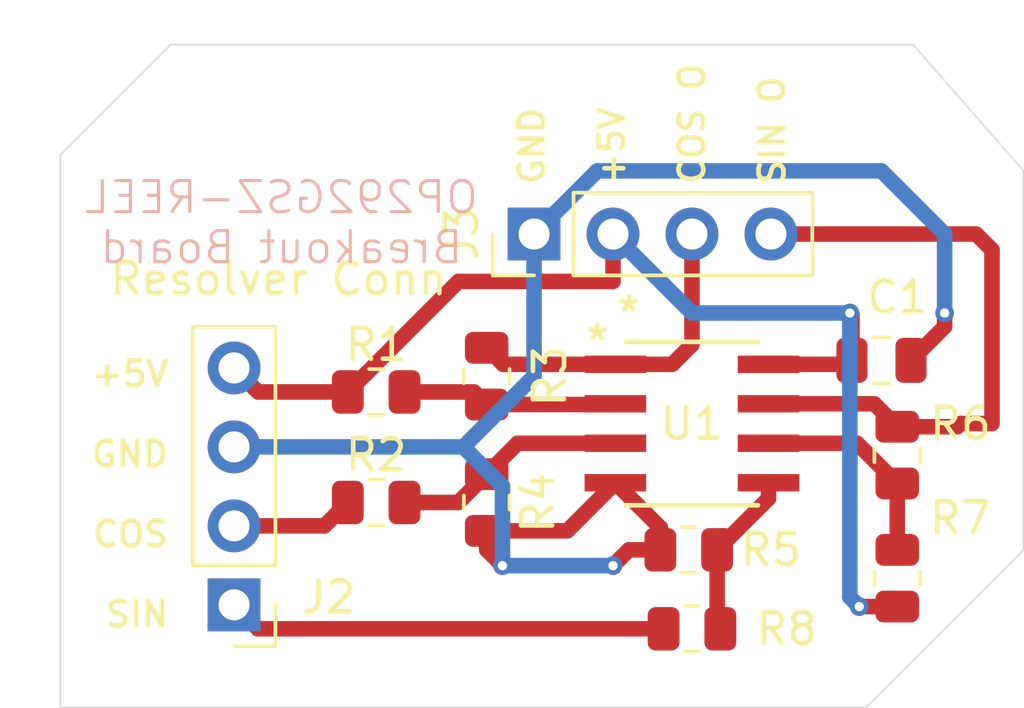
<source format=kicad_pcb>
(kicad_pcb (version 20241229) (generator "pcbnew") (generator_version "9.0")
  (layers (0 "F.Cu" signal) (2 "B.Cu" signal) (13 "F.Paste" user) (15 "B.Paste" user) (5 "F.SilkS" user "F.Silkscreen") (7 "B.SilkS" user "B.Silkscreen") (1 "F.Mask" user) (3 "B.Mask" user) (25 "Edge.Cuts" user))
  (net 0 "")
  (net 1 "+5V")
  (net 2 "GND")
  (net 3 "/SIN_IN")
  (net 4 "/COS_IN")
  (net 5 "/COS_MCU")
  (net 6 "/SIN_MCU")
  (net 7 "Net-(U1--INA)")
  (net 8 "Net-(U1-+INA)")
  (net 9 "Net-(U1-+INB)")
  (net 10 "Net-(U1--INB)")
  (footprint "Resistor_SMD:R_0805_2012Metric" (layer "F.Cu") (at 142.748 98.044 -90)
    (property "Reference" "R3" (at 0 -2.032 270) (layer "F.SilkS"))
    (property "Value" "3K")
    (fp_line (start -0.227064 0.735) (end 0.227064 0.735) (stroke (width 0.12)) (layer "F.SilkS"))
    (fp_line (start -0.227064 -0.735) (end 0.227064 -0.735) (stroke (width 0.12)) (layer "F.SilkS"))
    (pad "1" smd roundrect (at -0.9125 0 270) (size 1.025 1.4) (layers "F.Cu" "F.Mask" "F.Paste") (roundrect_rratio 0.243902) (net 5 "/COS_MCU"))
    (pad "2" smd roundrect (at 0.9125 0 270) (size 1.025 1.4) (layers "F.Cu" "F.Mask" "F.Paste") (roundrect_rratio 0.243902) (net 7 "Net-(U1--INA)"))
  )
  (footprint "Resistor_SMD:R_0805_2012Metric" (layer "F.Cu") (at 155.956 104.5445 90)
    (property "Reference" "R7" (at 1.9285 2.032 180) (layer "F.SilkS"))
    (property "Value" "10k")
    (fp_line (start -0.227064 -0.735) (end 0.227064 -0.735) (stroke (width 0.12)) (layer "F.SilkS"))
    (fp_line (start -0.227064 0.735) (end 0.227064 0.735) (stroke (width 0.12)) (layer "F.SilkS"))
    (pad "1" smd roundrect (at -0.9125 0 90) (size 1.025 1.4) (layers "F.Cu" "F.Mask" "F.Paste") (roundrect_rratio 0.243902) (net 1 "+5V"))
    (pad "2" smd roundrect (at 0.9125 0 90) (size 1.025 1.4) (layers "F.Cu" "F.Mask" "F.Paste") (roundrect_rratio 0.243902) (net 10 "Net-(U1--INB)"))
  )
  (footprint "Connector_PinHeader_2.54mm:PinHeader_1x04_P2.54mm_Vertical" (layer "F.Cu") (at 134.62 105.4 180)
    (property "Reference" "J2" (at -3.048 0.244 0) (layer "F.SilkS"))
    (property "Value" "Conn_01x04_Socket")
    (fp_line (start 1.33 1.27) (end 1.33 8.95) (stroke (width 0.12)) (layer "F.SilkS"))
    (fp_line (start -1.33 8.95) (end 1.33 8.95) (stroke (width 0.12)) (layer "F.SilkS"))
    (fp_line (start -1.33 1.27) (end 1.33 1.27) (stroke (width 0.12)) (layer "F.SilkS"))
    (fp_line (start -1.33 1.27) (end -1.33 8.95) (stroke (width 0.12)) (layer "F.SilkS"))
    (fp_line (start -1.33 0) (end -1.33 -1.33) (stroke (width 0.12)) (layer "F.SilkS"))
    (fp_line (start -1.33 -1.33) (end 0 -1.33) (stroke (width 0.12)) (layer "F.SilkS"))
    (pad "1" thru_hole rect (at 0 0 180) (size 1.7 1.7) (drill 1) (layers "*.Cu" "*.Mask") (net 3 "/SIN_IN"))
    (pad "2" thru_hole oval (at 0 2.54 180) (size 1.7 1.7) (drill 1) (layers "*.Cu" "*.Mask") (net 4 "/COS_IN"))
    (pad "3" thru_hole oval (at 0 5.08 180) (size 1.7 1.7) (drill 1) (layers "*.Cu" "*.Mask") (net 2 "GND"))
    (pad "4" thru_hole oval (at 0 7.62 180) (size 1.7 1.7) (drill 1) (layers "*.Cu" "*.Mask") (net 1 "+5V"))
  )
  (footprint "Resistor_SMD:R_0805_2012Metric" (layer "F.Cu") (at 142.748 102.108 -90)
    (property "Reference" "R4" (at 0 -1.65 90) (layer "F.SilkS"))
    (property "Value" "10k")
    (fp_line (start -0.227064 0.735) (end 0.227064 0.735) (stroke (width 0.12)) (layer "F.SilkS"))
    (fp_line (start -0.227064 -0.735) (end 0.227064 -0.735) (stroke (width 0.12)) (layer "F.SilkS"))
    (pad "1" smd roundrect (at -0.9125 0 270) (size 1.025 1.4) (layers "F.Cu" "F.Mask" "F.Paste") (roundrect_rratio 0.243902) (net 8 "Net-(U1-+INA)"))
    (pad "2" smd roundrect (at 0.9125 0 270) (size 1.025 1.4) (layers "F.Cu" "F.Mask" "F.Paste") (roundrect_rratio 0.243902) (net 2 "GND"))
  )
  (footprint "Connector_PinHeader_2.54mm:PinHeader_1x04_P2.54mm_Vertical" (layer "F.Cu") (at 144.272 93.472 90)
    (property "Reference" "J3" (at 0 -2.33 90) (layer "F.SilkS"))
    (property "Value" "Conn_01x04_Socket")
    (fp_line (start -1.33 -1.33) (end 0 -1.33) (stroke (width 0.12)) (layer "F.SilkS"))
    (fp_line (start -1.33 0) (end -1.33 -1.33) (stroke (width 0.12)) (layer "F.SilkS"))
    (fp_line (start 1.33 1.27) (end 1.33 8.95) (stroke (width 0.12)) (layer "F.SilkS"))
    (fp_line (start -1.33 1.27) (end 1.33 1.27) (stroke (width 0.12)) (layer "F.SilkS"))
    (fp_line (start -1.33 1.27) (end -1.33 8.95) (stroke (width 0.12)) (layer "F.SilkS"))
    (fp_line (start -1.33 8.95) (end 1.33 8.95) (stroke (width 0.12)) (layer "F.SilkS"))
    (pad "1" thru_hole rect (at 0 0 90) (size 1.7 1.7) (drill 1) (layers "*.Cu" "*.Mask") (net 2 "GND"))
    (pad "2" thru_hole oval (at 0 2.54 90) (size 1.7 1.7) (drill 1) (layers "*.Cu" "*.Mask") (net 1 "+5V"))
    (pad "3" thru_hole oval (at 0 5.08 90) (size 1.7 1.7) (drill 1) (layers "*.Cu" "*.Mask") (net 5 "/COS_MCU"))
    (pad "4" thru_hole oval (at 0 7.62 90) (size 1.7 1.7) (drill 1) (layers "*.Cu" "*.Mask") (net 6 "/SIN_MCU"))
  )
  (footprint "OP292GSZ-REEL:R_8_ADI" (layer "F.Cu") (at 149.352 99.568)
    (property "Reference" "U1" (at 0 0 0) (layer "F.SilkS"))
    (property "Value" "OP292GSZ-REEL")
    (fp_line (start -2.1209 2.6289) (end 2.1209 2.6289) (stroke (width 0.1524)) (layer "F.SilkS"))
    (fp_line (start 2.1209 -2.6289) (end -2.1209 -2.6289) (stroke (width 0.1524)) (layer "F.SilkS"))
    (fp_text user "*" (at -3.048 -2.6289 0) (layer "F.SilkS"))
    (fp_text user "*" (at -2.032 -3.556 0) (layer "F.SilkS"))
    (pad "1" smd rect (at -2.4638 -1.905) (size 1.9812 0.5588) (layers "F.Cu" "F.Mask" "F.Paste") (net 5 "/COS_MCU"))
    (pad "2" smd rect (at -2.4638 -0.635) (size 1.9812 0.5588) (layers "F.Cu" "F.Mask" "F.Paste") (net 7 "Net-(U1--INA)"))
    (pad "3" smd rect (at -2.4638 0.635) (size 1.9812 0.5588) (layers "F.Cu" "F.Mask" "F.Paste") (net 8 "Net-(U1-+INA)"))
    (pad "4" smd rect (at -2.4638 1.905) (size 1.9812 0.5588) (layers "F.Cu" "F.Mask" "F.Paste") (net 2 "GND"))
    (pad "5" smd rect (at 2.4638 1.905) (size 1.9812 0.5588) (layers "F.Cu" "F.Mask" "F.Paste") (net 9 "Net-(U1-+INB)"))
    (pad "6" smd rect (at 2.4638 0.635) (size 1.9812 0.5588) (layers "F.Cu" "F.Mask" "F.Paste") (net 10 "Net-(U1--INB)"))
    (pad "7" smd rect (at 2.4638 -0.635) (size 1.9812 0.5588) (layers "F.Cu" "F.Mask" "F.Paste") (net 6 "/SIN_MCU"))
    (pad "8" smd rect (at 2.4638 -1.905) (size 1.9812 0.5588) (layers "F.Cu" "F.Mask" "F.Paste") (net 1 "+5V"))
  )
  (footprint "Capacitor_SMD:C_0805_2012Metric" (layer "F.Cu") (at 155.448 97.536)
    (property "Reference" "C1" (at 0.508 -2.032 0) (layer "F.SilkS"))
    (property "Value" "0.1uF")
    (fp_line (start -0.261252 -0.735) (end 0.261252 -0.735) (stroke (width 0.12)) (layer "F.SilkS"))
    (fp_line (start -0.261252 0.735) (end 0.261252 0.735) (stroke (width 0.12)) (layer "F.SilkS"))
    (pad "1" smd roundrect (at -0.95 0) (size 1 1.45) (layers "F.Cu" "F.Mask" "F.Paste") (net 1 "+5V"))
    (pad "2" smd roundrect (at 0.95 0) (size 1 1.45) (layers "F.Cu" "F.Mask" "F.Paste") (net 2 "GND"))
  )
  (footprint "Resistor_SMD:R_0805_2012Metric" (layer "F.Cu") (at 139.192 98.552)
    (property "Reference" "R1" (at 0 -1.524 0) (layer "F.SilkS"))
    (property "Value" "10k")
    (fp_line (start -0.227064 -0.735) (end 0.227064 -0.735) (stroke (width 0.12)) (layer "F.SilkS"))
    (fp_line (start -0.227064 0.735) (end 0.227064 0.735) (stroke (width 0.12)) (layer "F.SilkS"))
    (pad "1" smd roundrect (at -0.9125 0) (size 1.025 1.4) (layers "F.Cu" "F.Mask" "F.Paste") (roundrect_rratio 0.243902) (net 1 "+5V"))
    (pad "2" smd roundrect (at 0.9125 0) (size 1.025 1.4) (layers "F.Cu" "F.Mask" "F.Paste") (roundrect_rratio 0.243902) (net 7 "Net-(U1--INA)"))
  )
  (footprint "Resistor_SMD:R_0805_2012Metric" (layer "F.Cu") (at 139.192 102.108)
    (property "Reference" "R2" (at 0 -1.524 0) (layer "F.SilkS"))
    (property "Value" "3K")
    (fp_line (start -0.227064 -0.735) (end 0.227064 -0.735) (stroke (width 0.12)) (layer "F.SilkS"))
    (fp_line (start -0.227064 0.735) (end 0.227064 0.735) (stroke (width 0.12)) (layer "F.SilkS"))
    (pad "1" smd roundrect (at -0.9125 0) (size 1.025 1.4) (layers "F.Cu" "F.Mask" "F.Paste") (roundrect_rratio 0.243902) (net 4 "/COS_IN"))
    (pad "2" smd roundrect (at 0.9125 0) (size 1.025 1.4) (layers "F.Cu" "F.Mask" "F.Paste") (roundrect_rratio 0.243902) (net 8 "Net-(U1-+INA)"))
  )
  (footprint "Resistor_SMD:R_0805_2012Metric" (layer "F.Cu") (at 155.956 100.584 -90)
    (property "Reference" "R6" (at -1.016 -2.032 180) (layer "F.SilkS"))
    (property "Value" "3K")
    (fp_line (start -0.227064 0.735) (end 0.227064 0.735) (stroke (width 0.12)) (layer "F.SilkS"))
    (fp_line (start -0.227064 -0.735) (end 0.227064 -0.735) (stroke (width 0.12)) (layer "F.SilkS"))
    (pad "1" smd roundrect (at -0.9125 0 270) (size 1.025 1.4) (layers "F.Cu" "F.Mask" "F.Paste") (roundrect_rratio 0.243902) (net 6 "/SIN_MCU"))
    (pad "2" smd roundrect (at 0.9125 0 270) (size 1.025 1.4) (layers "F.Cu" "F.Mask" "F.Paste") (roundrect_rratio 0.243902) (net 10 "Net-(U1--INB)"))
  )
  (footprint "Resistor_SMD:R_0805_2012Metric" (layer "F.Cu") (at 149.352 106.172 180)
    (property "Reference" "R8" (at -3.048 0 0) (layer "F.SilkS"))
    (property "Value" "3K")
    (fp_line (start -0.227064 0.735) (end 0.227064 0.735) (stroke (width 0.12)) (layer "F.SilkS"))
    (fp_line (start -0.227064 -0.735) (end 0.227064 -0.735) (stroke (width 0.12)) (layer "F.SilkS"))
    (pad "1" smd roundrect (at -0.9125 0 180) (size 1.025 1.4) (layers "F.Cu" "F.Mask" "F.Paste") (roundrect_rratio 0.243902) (net 9 "Net-(U1-+INB)"))
    (pad "2" smd roundrect (at 0.9125 0 180) (size 1.025 1.4) (layers "F.Cu" "F.Mask" "F.Paste") (roundrect_rratio 0.243902) (net 3 "/SIN_IN"))
  )
  (footprint "Resistor_SMD:R_0805_2012Metric" (layer "F.Cu") (at 149.2485 103.632 180)
    (property "Reference" "R5" (at -2.6435 0 0) (layer "F.SilkS"))
    (property "Value" "10k")
    (fp_line (start -0.227064 0.735) (end 0.227064 0.735) (stroke (width 0.12)) (layer "F.SilkS"))
    (fp_line (start -0.227064 -0.735) (end 0.227064 -0.735) (stroke (width 0.12)) (layer "F.SilkS"))
    (pad "1" smd roundrect (at -0.9125 0 180) (size 1.025 1.4) (layers "F.Cu" "F.Mask" "F.Paste") (roundrect_rratio 0.243902) (net 9 "Net-(U1-+INB)"))
    (pad "2" smd roundrect (at 0.9125 0 180) (size 1.025 1.4) (layers "F.Cu" "F.Mask" "F.Paste") (roundrect_rratio 0.243902) (net 2 "GND"))
  )
  (gr_poly (pts (xy 132.588 87.376) (xy 129.032 90.932) (xy 129.032 108.712) (xy 154.94 108.712) (xy 160.02 103.632) (xy 160.02 91.44) (xy 156.464 87.376)) (stroke (width 0.05)) (fill no) (layer "Edge.Cuts"))
  (gr_text "GND\n\n+5V\n\nCOS O\n\nSIN O\n" (at 152.4 91.948 90) (layer "F.SilkS") (effects (font (size 0.8 0.8)) (justify left bottom)))
  (gr_text "Resolver Conn\n" (at 130.556 95.504 0) (layer "F.SilkS") (effects (font (size 1 1)) (justify left bottom)))
  (gr_text "+5V\n\nGND\n\nCOS\n\nSIN\n" (at 132.588 106.172 0) (layer "F.SilkS") (effects (font (size 0.8 0.8)) (justify right bottom)))
  (gr_text "OP292GSZ-REEL\nBreakout Board" (at 136.144 94.488 0) (layer "B.SilkS") (effects (font (size 1 1) (thickness 0.1)) (justify bottom mirror)))
  (segment (start 151.8158 97.663) (end 154.371 97.663) (width 0.5) (layer "F.Cu") (net 1))
  (segment (start 155.956 105.457) (end 154.733 105.457) (width 0.5) (layer "F.Cu") (net 1))
  (segment (start 141.8355 94.996) (end 146.812 94.996) (width 0.5) (layer "F.Cu") (net 1))
  (segment (start 146.812 94.996) (end 146.812 93.472) (width 0.5) (layer "F.Cu") (net 1))
  (segment (start 138.2795 98.552) (end 141.8355 94.996) (width 0.5) (layer "F.Cu") (net 1))
  (segment (start 154.498 97.536) (end 154.498 96.078) (width 0.5) (layer "F.Cu") (net 1))
  (segment (start 135.392 98.552) (end 134.62 97.78) (width 0.5) (layer "F.Cu") (net 1))
  (segment (start 138.2795 98.552) (end 135.392 98.552) (width 0.5) (layer "F.Cu") (net 1))
  (segment (start 154.371 97.663) (end 154.498 97.536) (width 0.5) (layer "F.Cu") (net 1))
  (segment (start 154.432 105.156) (end 154.733 105.457) (width 0.5) (layer "F.Cu") (net 1))
  (segment (start 154.498 96.078) (end 154.432 96.012) (width 0.5) (layer "F.Cu") (net 1))
  (via (at 154.432 96.012) (size 0.6) (drill 0.3) (layers "F.Cu" "B.Cu") (net 1))
  (via (at 154.733 105.457) (size 0.6) (drill 0.3) (layers "F.Cu" "B.Cu") (net 1))
  (segment (start 154.733 105.457) (end 154.432 105.156) (width 0.5) (layer "B.Cu") (net 1))
  (segment (start 149.352 96.012) (end 146.812 93.472) (width 0.5) (layer "B.Cu") (net 1))
  (segment (start 154.432 105.156) (end 154.432 96.012) (width 0.5) (layer "B.Cu") (net 1))
  (segment (start 154.432 96.012) (end 149.352 96.012) (width 0.5) (layer "B.Cu") (net 1))
  (segment (start 145.3407 103.0205) (end 146.8882 101.473) (width 0.5) (layer "F.Cu") (net 2))
  (segment (start 148.336 103.632) (end 147.32 103.632) (width 0.5) (layer "F.Cu") (net 2))
  (segment (start 148.336 102.9208) (end 146.8882 101.473) (width 0.5) (layer "F.Cu") (net 2))
  (segment (start 148.336 103.632) (end 148.336 102.9208) (width 0.5) (layer "F.Cu") (net 2))
  (segment (start 156.398 97.536) (end 157.48 96.454) (width 0.5) (layer "F.Cu") (net 2))
  (segment (start 142.748 103.0205) (end 145.3407 103.0205) (width 0.5) (layer "F.Cu") (net 2))
  (segment (start 142.748 103.0205) (end 142.748 103.632) (width 0.5) (layer "F.Cu") (net 2))
  (segment (start 147.32 103.632) (end 146.812 104.14) (width 0.5) (layer "F.Cu") (net 2))
  (segment (start 142.748 103.632) (end 143.256 104.14) (width 0.5) (layer "F.Cu") (net 2))
  (segment (start 157.48 96.454) (end 157.48 96.012) (width 0.5) (layer "F.Cu") (net 2))
  (via (at 146.812 104.14) (size 0.6) (drill 0.3) (layers "F.Cu" "B.Cu") (net 2))
  (via (at 157.48 96.012) (size 0.6) (drill 0.3) (layers "F.Cu" "B.Cu") (net 2))
  (via (at 143.256 104.14) (size 0.6) (drill 0.3) (layers "F.Cu" "B.Cu") (net 2))
  (segment (start 155.448 91.44) (end 157.48 93.472) (width 0.5) (layer "B.Cu") (net 2))
  (segment (start 157.48 93.472) (end 157.48 96.012) (width 0.5) (layer "B.Cu") (net 2))
  (segment (start 144.272 93.472) (end 144.272 98.044) (width 0.5) (layer "B.Cu") (net 2))
  (segment (start 143.256 104.14) (end 146.812 104.14) (width 0.5) (layer "B.Cu") (net 2))
  (segment (start 141.996 100.32) (end 134.62 100.32) (width 0.5) (layer "B.Cu") (net 2))
  (segment (start 143.256 101.58) (end 143.256 104.14) (width 0.5) (layer "B.Cu") (net 2))
  (segment (start 144.272 98.044) (end 141.996 100.32) (width 0.5) (layer "B.Cu") (net 2))
  (segment (start 144.272 93.472) (end 146.304 91.44) (width 0.5) (layer "B.Cu") (net 2))
  (segment (start 146.304 91.44) (end 155.448 91.44) (width 0.5) (layer "B.Cu") (net 2))
  (segment (start 141.996 100.32) (end 143.256 101.58) (width 0.5) (layer "B.Cu") (net 2))
  (segment (start 148.4395 106.172) (end 135.392 106.172) (width 0.5) (layer "F.Cu") (net 3))
  (segment (start 135.392 106.172) (end 134.62 105.4) (width 0.5) (layer "F.Cu") (net 3))
  (segment (start 134.62 102.86) (end 137.5275 102.86) (width 0.5) (layer "F.Cu") (net 4))
  (segment (start 137.5275 102.86) (end 138.2795 102.108) (width 0.5) (layer "F.Cu") (net 4))
  (segment (start 149.352 93.472) (end 149.352 97.028) (width 0.5) (layer "F.Cu") (net 5))
  (segment (start 148.717 97.663) (end 146.8882 97.663) (width 0.5) (layer "F.Cu") (net 5))
  (segment (start 149.352 97.028) (end 148.717 97.663) (width 0.5) (layer "F.Cu") (net 5))
  (segment (start 143.2795 97.663) (end 142.748 97.1315) (width 0.5) (layer "F.Cu") (net 5))
  (segment (start 146.8882 97.663) (end 143.2795 97.663) (width 0.5) (layer "F.Cu") (net 5))
  (segment (start 157.8845 99.6715) (end 155.956 99.6715) (width 0.5) (layer "F.Cu") (net 6))
  (segment (start 151.8158 98.933) (end 155.2175 98.933) (width 0.5) (layer "F.Cu") (net 6))
  (segment (start 157.988 99.568) (end 157.8845 99.6715) (width 0.5) (layer "F.Cu") (net 6))
  (segment (start 159.004 99.568) (end 157.988 99.568) (width 0.5) (layer "F.Cu") (net 6))
  (segment (start 158.496 93.472) (end 159.004 93.98) (width 0.5) (layer "F.Cu") (net 6))
  (segment (start 155.2175 98.933) (end 155.956 99.6715) (width 0.5) (layer "F.Cu") (net 6))
  (segment (start 159.004 93.98) (end 159.004 99.568) (width 0.5) (layer "F.Cu") (net 6))
  (segment (start 151.892 93.472) (end 158.496 93.472) (width 0.5) (layer "F.Cu") (net 6))
  (segment (start 142.3435 98.552) (end 142.748 98.9565) (width 0.5) (layer "F.Cu") (net 7))
  (segment (start 142.748 98.9565) (end 146.8647 98.9565) (width 0.5) (layer "F.Cu") (net 7))
  (segment (start 140.1045 98.552) (end 142.3435 98.552) (width 0.5) (layer "F.Cu") (net 7))
  (segment (start 146.8647 98.9565) (end 146.8882 98.933) (width 0.5) (layer "F.Cu") (net 7))
  (segment (start 141.8355 102.108) (end 142.748 101.1955) (width 0.5) (layer "F.Cu") (net 8))
  (segment (start 142.748 101.1955) (end 143.7405 100.203) (width 0.5) (layer "F.Cu") (net 8))
  (segment (start 140.1045 102.108) (end 141.8355 102.108) (width 0.5) (layer "F.Cu") (net 8))
  (segment (start 143.7405 100.203) (end 146.8882 100.203) (width 0.5) (layer "F.Cu") (net 8))
  (segment (start 151.8158 101.473) (end 151.8158 101.9772) (width 0.5) (layer "F.Cu") (net 9))
  (segment (start 151.8158 101.9772) (end 150.161 103.632) (width 0.5) (layer "F.Cu") (net 9))
  (segment (start 150.161 103.632) (end 150.161 106.0685) (width 0.5) (layer "F.Cu") (net 9))
  (segment (start 150.161 106.0685) (end 150.2645 106.172) (width 0.5) (layer "F.Cu") (net 9))
  (segment (start 155.956 101.4965) (end 155.956 103.632) (width 0.5) (layer "F.Cu") (net 10))
  (segment (start 155.956 101.4965) (end 154.6625 100.203) (width 0.5) (layer "F.Cu") (net 10))
  (segment (start 154.6625 100.203) (end 151.8158 100.203) (width 0.5) (layer "F.Cu") (net 10))
)
</source>
